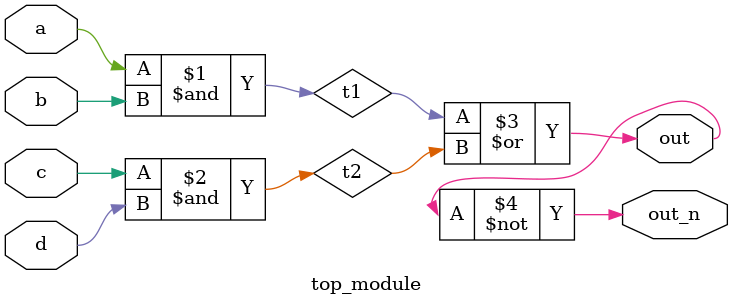
<source format=v>
`default_nettype none
module top_module(
    input a,
    input b,
    input c,
    input d,
    output out,
    output out_n   ); 
    wire t1, t2;
    and (t1, a,b);
    and (t2, c,d);

    or (out, t1, t2);
    not (out_n, out);

endmodule

</source>
